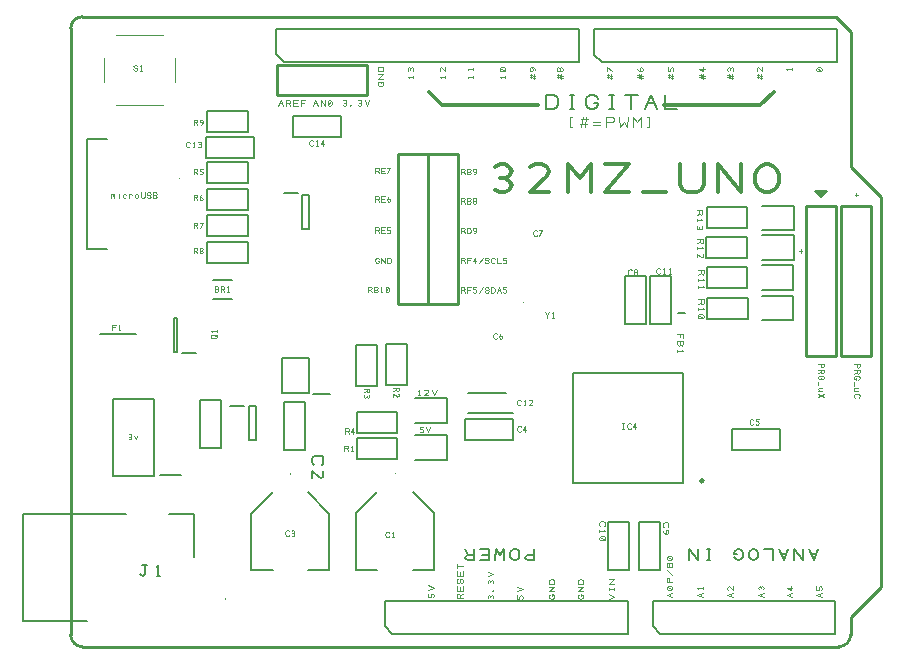
<source format=gto>
G04 DesignSpark PCB Gerber Version 12.0 Build 5942*
%FSLAX35Y35*%
%MOMM*%
%ADD16C,0.02540*%
%ADD19C,0.05000*%
%ADD15C,0.08000*%
%ADD18C,0.10000*%
%ADD14C,0.11170*%
%ADD11C,0.12700*%
%ADD13C,0.16760*%
%ADD17C,0.20000*%
%ADD70C,0.20320*%
%ADD71C,0.25000*%
%ADD20C,0.25400*%
%ADD10C,0.30480*%
%ADD12C,0.31750*%
X0Y0D02*
D02*
D10*
X46248750Y47637770D02*
X45435950D01*
X45321650Y47752070D01*
X47315550Y47637770D02*
X48128350D01*
X48242650Y47752070D01*
D02*
D11*
X42875550Y43667460D02*
X42883490Y43659520D01*
X42899360Y43651580D01*
X42915240Y43659520D01*
X42923180Y43667460D01*
Y43746830D01*
X42939050D01*
X42923180D02*
X42891430D01*
X43018430Y43651580D02*
X43050180D01*
X43034300D02*
Y43746830D01*
X43018430Y43730960D01*
X43564950Y44736070D02*
Y45142470D01*
X43387150D01*
Y44736070D01*
X43564950D01*
X43845250Y47368170D02*
X43438850D01*
Y47190370D01*
X43845250D01*
Y47368170D01*
X44030900Y48283700D02*
X46595100D01*
Y48004300D01*
X44094400D01*
X44030900Y48067800D01*
Y48283700D01*
X44172350Y47366370D02*
X44578750D01*
Y47544170D01*
X44172350D01*
Y47366370D01*
X44274450Y44722070D02*
Y45128470D01*
X44096650D01*
Y44722070D01*
X44274450D01*
X44352240Y44591890D02*
X44344300Y44599830D01*
X44336360Y44615710D01*
Y44639520D01*
X44344300Y44655390D01*
X44352240Y44663330D01*
X44368110Y44671270D01*
X44399860D01*
X44415740Y44663330D01*
X44423680Y44655390D01*
X44431610Y44639520D01*
Y44615710D01*
X44423680Y44599830D01*
X44415740Y44591890D01*
X44336360Y44480770D02*
Y44544270D01*
X44391930Y44488710D01*
X44407800Y44480770D01*
X44423680Y44488710D01*
X44431610Y44504580D01*
Y44528390D01*
X44423680Y44544270D01*
X44950300Y43440700D02*
X47007700D01*
Y43161300D01*
X45013800D01*
X44950300Y43224800D01*
Y43440700D01*
X46035250Y44979170D02*
X45628850D01*
Y44801370D01*
X46035250D01*
Y44979170D01*
X46218050Y43878960D02*
Y43783710D01*
X46162490D01*
X46146610Y43791640D01*
X46138670Y43807520D01*
X46146610Y43823390D01*
X46162490Y43831330D01*
X46218050D01*
X46091050Y43847210D02*
Y43815460D01*
X46083110Y43799580D01*
X46075170Y43791640D01*
X46059300Y43783710D01*
X46043420D01*
X46027550Y43791640D01*
X46019610Y43799580D01*
X46011670Y43815460D01*
Y43847210D01*
X46019610Y43863080D01*
X46027550Y43871020D01*
X46043420Y43878960D01*
X46059300D01*
X46075170Y43871020D01*
X46083110Y43863080D01*
X46091050Y43847210D01*
X45964050Y43783710D02*
X45956110Y43878960D01*
X45924360Y43831330D01*
X45892610Y43878960D01*
X45884670Y43783710D01*
X45837050Y43878960D02*
Y43783710D01*
X45757670D01*
X45773550Y43831330D02*
X45837050D01*
Y43878960D02*
X45757670D01*
X45710050D02*
Y43783710D01*
X45654490D01*
X45638610Y43791640D01*
X45630670Y43807520D01*
X45638610Y43823390D01*
X45654490Y43831330D01*
X45710050D01*
X45654490D02*
X45630670Y43878960D01*
X46725350Y48279970D02*
X48782750D01*
Y48000570D01*
X46788850D01*
X46725350Y48064070D01*
Y48279970D01*
X46839150Y44109470D02*
Y43703070D01*
X47016950D01*
Y44109470D01*
X46839150D01*
X47099150Y44108470D02*
Y43702070D01*
X47276950D01*
Y44108470D01*
X47099150D01*
X47159950Y45782070D02*
Y46188470D01*
X46982150D01*
Y45782070D01*
X47159950D01*
X47221300Y43440700D02*
X48763500D01*
Y43161300D01*
X47284800D01*
X47221300Y43224800D01*
Y43440700D01*
X47370950Y45784070D02*
Y46190470D01*
X47193150D01*
Y45784070D01*
X47370950D01*
X47887850Y44717370D02*
X48294250D01*
Y44895170D01*
X47887850D01*
Y44717370D01*
X48620550Y43878960D02*
X48580860Y43783710D01*
X48541170Y43878960D01*
X48604670Y43839270D02*
X48557050D01*
X48493550Y43878960D02*
Y43783710D01*
X48414170Y43878960D01*
Y43783710D01*
X48366550Y43878960D02*
X48326860Y43783710D01*
X48287170Y43878960D01*
X48350670Y43839270D02*
X48303050D01*
X48239550Y43783710D02*
Y43878960D01*
X48160170D01*
X48112550Y43847210D02*
Y43815460D01*
X48104610Y43799580D01*
X48096670Y43791640D01*
X48080800Y43783710D01*
X48064920D01*
X48049050Y43791640D01*
X48041110Y43799580D01*
X48033170Y43815460D01*
Y43847210D01*
X48041110Y43863080D01*
X48049050Y43871020D01*
X48064920Y43878960D01*
X48080800D01*
X48096670Y43871020D01*
X48104610Y43863080D01*
X48112550Y43847210D01*
X47929990Y43839270D02*
X47906170D01*
Y43847210D01*
X47914110Y43863080D01*
X47922050Y43871020D01*
X47937920Y43878960D01*
X47953800D01*
X47969670Y43871020D01*
X47977610Y43863080D01*
X47985550Y43847210D01*
Y43815460D01*
X47977610Y43799580D01*
X47969670Y43791640D01*
X47953800Y43783710D01*
X47937920D01*
X47922050Y43791640D01*
X47914110Y43799580D01*
X47906170Y43815460D01*
X47707740Y43878960D02*
X47675990D01*
X47691860D02*
Y43783710D01*
X47707740D02*
X47675990D01*
X47604550Y43878960D02*
Y43783710D01*
X47525170Y43878960D01*
Y43783710D01*
X48643050Y46857770D02*
X48698050Y46912770D01*
X48589300Y46911520D01*
X48643050Y46857770D01*
G36*
X48643050Y46857770D02*
X48698050Y46912770D01*
X48589300Y46911520D01*
X48643050Y46857770D01*
G37*
D02*
D12*
X45885390Y46919650D02*
X45925080Y46899800D01*
X45964770D01*
X46004460Y46919650D01*
X46024300Y46959330D01*
X46004460Y46999020D01*
X45964770Y47018860D01*
X45925080D01*
X45964770D02*
X46004460Y47038710D01*
X46024300Y47078400D01*
X46004460Y47118080D01*
X45964770Y47137930D01*
X45925080D01*
X45885390Y47118080D01*
X46341800Y46899800D02*
X46183050D01*
X46321960Y47038710D01*
X46341800Y47078400D01*
X46321960Y47118080D01*
X46282270Y47137930D01*
X46222740D01*
X46183050Y47118080D01*
X46500550Y46899800D02*
Y47137930D01*
X46599770Y47018860D01*
X46698990Y47137930D01*
Y46899800D01*
X46818050Y47137930D02*
X47016490D01*
X46818050Y46899800D01*
X47016490D01*
X47135550D02*
X47333990D01*
X47453050Y47137930D02*
Y46959330D01*
X47472890Y46919650D01*
X47512580Y46899800D01*
X47591960D01*
X47631640Y46919650D01*
X47651490Y46959330D01*
Y47137930D01*
X47770550Y46899800D02*
Y47137930D01*
X47968990Y46899800D01*
Y47137930D01*
X48088050Y46979180D02*
Y47058550D01*
X48107890Y47098240D01*
X48127740Y47118080D01*
X48167430Y47137930D01*
X48207110D01*
X48246800Y47118080D01*
X48266640Y47098240D01*
X48286490Y47058550D01*
Y46979180D01*
X48266640Y46939490D01*
X48246800Y46919650D01*
X48207110Y46899800D01*
X48167430D01*
X48127740Y46919650D01*
X48107890Y46939490D01*
X48088050Y46979180D01*
D02*
D13*
X46315890Y47602120D02*
Y47727850D01*
X46378760D01*
X46399710Y47717380D01*
X46410190Y47706900D01*
X46420670Y47685940D01*
Y47644030D01*
X46410190Y47623080D01*
X46399710Y47612600D01*
X46378760Y47602120D01*
X46315890D01*
X46514960D02*
X46556870D01*
X46535920D02*
Y47727850D01*
X46514960D02*
X46556870D01*
X46724510Y47654510D02*
X46755950D01*
Y47644030D01*
X46745470Y47623080D01*
X46734990Y47612600D01*
X46714040Y47602120D01*
X46693080D01*
X46672130Y47612600D01*
X46661650Y47623080D01*
X46651170Y47644030D01*
Y47685940D01*
X46661650Y47706900D01*
X46672130Y47717380D01*
X46693080Y47727850D01*
X46714040D01*
X46734990Y47717380D01*
X46745470Y47706900D01*
X46755950Y47685940D01*
X46850240Y47602120D02*
X46892150D01*
X46871200D02*
Y47727850D01*
X46850240D02*
X46892150D01*
X47038840Y47602120D02*
Y47727850D01*
X46986450D02*
X47091230D01*
X47154090Y47602120D02*
X47206480Y47727850D01*
X47258870Y47602120D01*
X47175050Y47654510D02*
X47237910D01*
X47321730Y47727850D02*
Y47602120D01*
X47426510D01*
D02*
D14*
X46531960Y47455530D02*
X46517990D01*
Y47539350D01*
X46531960D01*
X46615780Y47455530D02*
X46629750Y47539350D01*
X46657690D02*
X46643720Y47455530D01*
X46664680Y47476480D02*
X46601810D01*
X46608800Y47518390D02*
X46671660D01*
X46713570Y47469500D02*
X46769450D01*
Y47497440D02*
X46713570D01*
X46825330Y47455530D02*
Y47539350D01*
X46874230D01*
X46888200Y47532360D01*
X46895180Y47518390D01*
X46888200Y47504420D01*
X46874230Y47497440D01*
X46825330D01*
X46937090Y47539350D02*
X46944080Y47455530D01*
X46972020Y47497440D01*
X46999960Y47455530D01*
X47006940Y47539350D01*
X47048850Y47455530D02*
Y47539350D01*
X47083780Y47497440D01*
X47118700Y47539350D01*
Y47455530D01*
X47174580D02*
X47188550D01*
Y47539350D01*
X47174580D01*
D02*
D15*
X42633050Y46852180D02*
Y46883930D01*
Y46879960D02*
X42636230Y46883930D01*
X42642580D01*
X42645750Y46879960D01*
Y46868050D01*
Y46879960D02*
X42648920Y46883930D01*
X42655270D01*
X42658450Y46879960D01*
Y46852180D01*
X42696550D02*
Y46883930D01*
Y46895830D02*
X42760050Y46879960D02*
X42753700Y46883930D01*
X42744180D01*
X42737830Y46879960D01*
X42734650Y46872020D01*
Y46864080D01*
X42737830Y46856150D01*
X42744180Y46852180D01*
X42753700D01*
X42760050Y46856150D01*
X42785450Y46852180D02*
Y46883930D01*
Y46872020D02*
X42788630Y46879960D01*
X42794980Y46883930D01*
X42801320D01*
X42807670Y46879960D01*
X42836250Y46864080D02*
X42839430Y46856150D01*
X42845780Y46852180D01*
X42852120D01*
X42858470Y46856150D01*
X42861650Y46864080D01*
Y46872020D01*
X42858470Y46879960D01*
X42852120Y46883930D01*
X42845780D01*
X42839430Y46879960D01*
X42836250Y46872020D01*
Y46864080D01*
X42887050Y46899800D02*
Y46864080D01*
X42890230Y46856150D01*
X42896580Y46852180D01*
X42909270D01*
X42915630Y46856150D01*
X42918800Y46864080D01*
Y46899800D01*
X42937850Y46864080D02*
X42941030Y46856150D01*
X42947380Y46852180D01*
X42960070D01*
X42966430Y46856150D01*
X42969600Y46864080D01*
X42966430Y46872020D01*
X42960070Y46875990D01*
X42947380D01*
X42941030Y46879960D01*
X42937850Y46887900D01*
X42941030Y46895830D01*
X42947380Y46899800D01*
X42960070D01*
X42966430Y46895830D01*
X42969600Y46887900D01*
X43010870Y46875990D02*
X43017230Y46872020D01*
X43020400Y46864080D01*
X43017230Y46856150D01*
X43010870Y46852180D01*
X42988650D01*
Y46899800D01*
X43010870D01*
X43017230Y46895830D01*
X43020400Y46887900D01*
X43017230Y46879960D01*
X43010870Y46875990D01*
X42988650D01*
X42640050Y45732180D02*
Y45779800D01*
X42671800D01*
X42665450Y45755990D02*
X42640050D01*
X42697200Y45732180D02*
X42709900D01*
X42703550D02*
Y45779800D01*
X42697200Y45771860D01*
X42782230Y44811150D02*
X42788580Y44807180D01*
X42794920D01*
X42801270Y44811150D01*
X42804450Y44819080D01*
X42801270Y44827020D01*
X42794920Y44830990D01*
X42788580D01*
X42794920D02*
X42801270Y44834960D01*
X42804450Y44842900D01*
X42801270Y44850830D01*
X42794920Y44854800D01*
X42788580D01*
X42782230Y44850830D01*
X42829850Y44838930D02*
X42842550Y44807180D01*
X42855250Y44838930D01*
X42823050Y47941580D02*
X42826230Y47933650D01*
X42832580Y47929680D01*
X42845270D01*
X42851630Y47933650D01*
X42854800Y47941580D01*
X42851630Y47949520D01*
X42845270Y47953490D01*
X42832580D01*
X42826230Y47957460D01*
X42823050Y47965400D01*
X42826230Y47973330D01*
X42832580Y47977300D01*
X42845270D01*
X42851630Y47973330D01*
X42854800Y47965400D01*
X42880200Y47929680D02*
X42892900D01*
X42886550D02*
Y47977300D01*
X42880200Y47969360D01*
X43299800Y47289110D02*
X43296630Y47285150D01*
X43290270Y47281180D01*
X43280750D01*
X43274400Y47285150D01*
X43271230Y47289110D01*
X43268050Y47297050D01*
Y47312930D01*
X43271230Y47320860D01*
X43274400Y47324830D01*
X43280750Y47328800D01*
X43290270D01*
X43296630Y47324830D01*
X43299800Y47320860D01*
X43325200Y47281180D02*
X43337900D01*
X43331550D02*
Y47328800D01*
X43325200Y47320860D01*
X43372830Y47285150D02*
X43379180Y47281180D01*
X43385520D01*
X43391870Y47285150D01*
X43395050Y47293080D01*
X43391870Y47301020D01*
X43385520Y47304990D01*
X43379180D01*
X43385520D02*
X43391870Y47308960D01*
X43395050Y47316900D01*
X43391870Y47324830D01*
X43385520Y47328800D01*
X43379180D01*
X43372830Y47324830D01*
X43331550Y46382180D02*
Y46429800D01*
X43353770D01*
X43360130Y46425830D01*
X43363300Y46417900D01*
X43360130Y46409960D01*
X43353770Y46405990D01*
X43331550D01*
X43353770D02*
X43363300Y46382180D01*
X43391880Y46405990D02*
X43398220D01*
X43404570Y46409960D01*
X43407750Y46417900D01*
X43404570Y46425830D01*
X43398220Y46429800D01*
X43391880D01*
X43385530Y46425830D01*
X43382350Y46417900D01*
X43385530Y46409960D01*
X43391880Y46405990D01*
X43385530Y46402020D01*
X43382350Y46394080D01*
X43385530Y46386150D01*
X43391880Y46382180D01*
X43398220D01*
X43404570Y46386150D01*
X43407750Y46394080D01*
X43404570Y46402020D01*
X43398220Y46405990D01*
X43331550Y46596180D02*
Y46643800D01*
X43353770D01*
X43360130Y46639830D01*
X43363300Y46631900D01*
X43360130Y46623960D01*
X43353770Y46619990D01*
X43331550D01*
X43353770D02*
X43363300Y46596180D01*
X43382350D02*
X43407750Y46643800D01*
X43382350D01*
X43331550Y46832180D02*
Y46879800D01*
X43353770D01*
X43360130Y46875830D01*
X43363300Y46867900D01*
X43360130Y46859960D01*
X43353770Y46855990D01*
X43331550D01*
X43353770D02*
X43363300Y46832180D01*
X43382350Y46844080D02*
X43385530Y46852020D01*
X43391880Y46855990D01*
X43398220D01*
X43404570Y46852020D01*
X43407750Y46844080D01*
X43404570Y46836150D01*
X43398220Y46832180D01*
X43391880D01*
X43385530Y46836150D01*
X43382350Y46844080D01*
Y46855990D01*
X43385530Y46867900D01*
X43391880Y46875830D01*
X43398220Y46879800D01*
X43331550Y47052180D02*
Y47099800D01*
X43353770D01*
X43360130Y47095830D01*
X43363300Y47087900D01*
X43360130Y47079960D01*
X43353770Y47075990D01*
X43331550D01*
X43353770D02*
X43363300Y47052180D01*
X43382350Y47056150D02*
X43388700Y47052180D01*
X43398220D01*
X43404570Y47056150D01*
X43407750Y47064080D01*
Y47068050D01*
X43404570Y47075990D01*
X43398220Y47079960D01*
X43382350D01*
Y47099800D01*
X43407750D01*
X43331550Y47468180D02*
Y47515800D01*
X43353770D01*
X43360130Y47511830D01*
X43363300Y47503900D01*
X43360130Y47495960D01*
X43353770Y47491990D01*
X43331550D01*
X43353770D02*
X43363300Y47468180D01*
X43391880D02*
X43398220Y47472150D01*
X43404570Y47480080D01*
X43407750Y47491990D01*
Y47503900D01*
X43404570Y47511830D01*
X43398220Y47515800D01*
X43391880D01*
X43385530Y47511830D01*
X43382350Y47503900D01*
X43385530Y47495960D01*
X43391880Y47491990D01*
X43398220D01*
X43404570Y47495960D01*
X43407750Y47503900D01*
X43532270Y46080990D02*
X43538630Y46077020D01*
X43541800Y46069080D01*
X43538630Y46061150D01*
X43532270Y46057180D01*
X43510050D01*
Y46104800D01*
X43532270D01*
X43538630Y46100830D01*
X43541800Y46092900D01*
X43538630Y46084960D01*
X43532270Y46080990D01*
X43510050D01*
X43560850Y46057180D02*
Y46104800D01*
X43583070D01*
X43589430Y46100830D01*
X43592600Y46092900D01*
X43589430Y46084960D01*
X43583070Y46080990D01*
X43560850D01*
X43583070D02*
X43592600Y46057180D01*
X43618000D02*
X43630700D01*
X43624350D02*
Y46104800D01*
X43618000Y46096860D01*
X43510270Y45662770D02*
X43494390D01*
X43486460Y45665950D01*
X43482490Y45669120D01*
X43478520Y45675470D01*
Y45681820D01*
X43482490Y45688170D01*
X43486460Y45691350D01*
X43494390Y45694520D01*
X43510270D01*
X43518210Y45691350D01*
X43522170Y45688170D01*
X43526140Y45681820D01*
Y45675470D01*
X43522170Y45669120D01*
X43518210Y45665950D01*
X43510270Y45662770D01*
X43514240Y45684990D02*
X43526140Y45694520D01*
Y45719920D02*
Y45732620D01*
Y45726270D02*
X43478520D01*
X43486460Y45719920D01*
X44139800Y43997610D02*
X44136630Y43993650D01*
X44130270Y43989680D01*
X44120750D01*
X44114400Y43993650D01*
X44111230Y43997610D01*
X44108050Y44005550D01*
Y44021430D01*
X44111230Y44029360D01*
X44114400Y44033330D01*
X44120750Y44037300D01*
X44130270D01*
X44136630Y44033330D01*
X44139800Y44029360D01*
X44162030Y43993650D02*
X44168380Y43989680D01*
X44174720D01*
X44181070Y43993650D01*
X44184250Y44001580D01*
X44181070Y44009520D01*
X44174720Y44013490D01*
X44168380D01*
X44174720D02*
X44181070Y44017460D01*
X44184250Y44025400D01*
X44181070Y44033330D01*
X44174720Y44037300D01*
X44168380D01*
X44162030Y44033330D01*
X44344800Y47302610D02*
X44341630Y47298650D01*
X44335270Y47294680D01*
X44325750D01*
X44319400Y47298650D01*
X44316230Y47302610D01*
X44313050Y47310550D01*
Y47326430D01*
X44316230Y47334360D01*
X44319400Y47338330D01*
X44325750Y47342300D01*
X44335270D01*
X44341630Y47338330D01*
X44344800Y47334360D01*
X44370200Y47294680D02*
X44382900D01*
X44376550D02*
Y47342300D01*
X44370200Y47334360D01*
X44430520Y47294680D02*
Y47342300D01*
X44414650Y47310550D01*
X44440050D01*
X44608050Y44707180D02*
Y44754800D01*
X44630270D01*
X44636630Y44750830D01*
X44639800Y44742900D01*
X44636630Y44734960D01*
X44630270Y44730990D01*
X44608050D01*
X44630270D02*
X44639800Y44707180D01*
X44665200D02*
X44677900D01*
X44671550D02*
Y44754800D01*
X44665200Y44746860D01*
X44615550Y44854680D02*
Y44902300D01*
X44637770D01*
X44644130Y44898330D01*
X44647300Y44890400D01*
X44644130Y44882460D01*
X44637770Y44878490D01*
X44615550D01*
X44637770D02*
X44647300Y44854680D01*
X44682220D02*
Y44902300D01*
X44666350Y44870550D01*
X44691750D01*
X44772460Y45237770D02*
X44820080D01*
Y45215550D01*
X44816110Y45209190D01*
X44808180Y45206020D01*
X44800240Y45209190D01*
X44796270Y45215550D01*
Y45237770D01*
Y45215550D02*
X44772460Y45206020D01*
X44776430Y45183790D02*
X44772460Y45177440D01*
Y45171100D01*
X44776430Y45164750D01*
X44784360Y45161570D01*
X44792300Y45164750D01*
X44796270Y45171100D01*
Y45177440D01*
Y45171100D02*
X44800240Y45164750D01*
X44808180Y45161570D01*
X44816110Y45164750D01*
X44820080Y45171100D01*
Y45177440D01*
X44816110Y45183790D01*
X44807050Y46052180D02*
Y46099800D01*
X44829270D01*
X44835630Y46095830D01*
X44838800Y46087900D01*
X44835630Y46079960D01*
X44829270Y46075990D01*
X44807050D01*
X44829270D02*
X44838800Y46052180D01*
X44880070Y46075990D02*
X44886430Y46072020D01*
X44889600Y46064080D01*
X44886430Y46056150D01*
X44880070Y46052180D01*
X44857850D01*
Y46099800D01*
X44880070D01*
X44886430Y46095830D01*
X44889600Y46087900D01*
X44886430Y46079960D01*
X44880070Y46075990D01*
X44857850D01*
X44915000Y46052180D02*
X44927700D01*
X44921350D02*
Y46099800D01*
X44915000Y46091860D01*
X44962630Y46056150D02*
X44968980Y46052180D01*
X44975320D01*
X44981670Y46056150D01*
X44984850Y46064080D01*
Y46087900D01*
X44981670Y46095830D01*
X44975320Y46099800D01*
X44968980D01*
X44962630Y46095830D01*
X44959450Y46087900D01*
Y46064080D01*
X44962630Y46056150D01*
X44981670Y46095830D01*
X44892770Y46319520D02*
X44902300D01*
Y46315550D01*
X44899130Y46307610D01*
X44895950Y46303650D01*
X44889600Y46299680D01*
X44883250D01*
X44876900Y46303650D01*
X44873730Y46307610D01*
X44870550Y46315550D01*
Y46331430D01*
X44873730Y46339360D01*
X44876900Y46343330D01*
X44883250Y46347300D01*
X44889600D01*
X44895950Y46343330D01*
X44899130Y46339360D01*
X44902300Y46331430D01*
X44921350Y46299680D02*
Y46347300D01*
X44953100Y46299680D01*
Y46347300D01*
X44972150Y46299680D02*
Y46347300D01*
X44991200D01*
X44997550Y46343330D01*
X45000730Y46339360D01*
X45003900Y46331430D01*
Y46315550D01*
X45000730Y46307610D01*
X44997550Y46303650D01*
X44991200Y46299680D01*
X44972150D01*
X44870550Y46554680D02*
Y46602300D01*
X44892770D01*
X44899130Y46598330D01*
X44902300Y46590400D01*
X44899130Y46582460D01*
X44892770Y46578490D01*
X44870550D01*
X44892770D02*
X44902300Y46554680D01*
X44921350D02*
Y46602300D01*
X44953100D01*
X44946750Y46578490D02*
X44921350D01*
Y46554680D02*
X44953100D01*
X44972150Y46558650D02*
X44978500Y46554680D01*
X44988020D01*
X44994370Y46558650D01*
X44997550Y46566580D01*
Y46570550D01*
X44994370Y46578490D01*
X44988020Y46582460D01*
X44972150D01*
Y46602300D01*
X44997550D01*
X44870550Y46819680D02*
Y46867300D01*
X44892770D01*
X44899130Y46863330D01*
X44902300Y46855400D01*
X44899130Y46847460D01*
X44892770Y46843490D01*
X44870550D01*
X44892770D02*
X44902300Y46819680D01*
X44921350D02*
Y46867300D01*
X44953100D01*
X44946750Y46843490D02*
X44921350D01*
Y46819680D02*
X44953100D01*
X44972150Y46831580D02*
X44975330Y46839520D01*
X44981680Y46843490D01*
X44988020D01*
X44994370Y46839520D01*
X44997550Y46831580D01*
X44994370Y46823650D01*
X44988020Y46819680D01*
X44981680D01*
X44975330Y46823650D01*
X44972150Y46831580D01*
Y46843490D01*
X44975330Y46855400D01*
X44981680Y46863330D01*
X44988020Y46867300D01*
X44870550Y47059680D02*
Y47107300D01*
X44892770D01*
X44899130Y47103330D01*
X44902300Y47095400D01*
X44899130Y47087460D01*
X44892770Y47083490D01*
X44870550D01*
X44892770D02*
X44902300Y47059680D01*
X44921350D02*
Y47107300D01*
X44953100D01*
X44946750Y47083490D02*
X44921350D01*
Y47059680D02*
X44953100D01*
X44972150D02*
X44997550Y47107300D01*
X44972150D01*
X44918800Y47826050D02*
Y47837960D01*
X44922770D01*
X44930710Y47833990D01*
X44934670Y47830020D01*
X44938640Y47822080D01*
Y47814150D01*
X44934670Y47806210D01*
X44930710Y47802240D01*
X44922770Y47798270D01*
X44906890D01*
X44898960Y47802240D01*
X44894990Y47806210D01*
X44891020Y47814150D01*
Y47822080D01*
X44894990Y47830020D01*
X44898960Y47833990D01*
X44906890Y47837960D01*
X44938640Y47861770D02*
X44891020D01*
X44938640Y47901460D01*
X44891020D01*
X44938640Y47925270D02*
X44891020D01*
Y47949080D01*
X44894990Y47957020D01*
X44898960Y47960990D01*
X44906890Y47964960D01*
X44922770D01*
X44930710Y47960990D01*
X44934670Y47957020D01*
X44938640Y47949080D01*
Y47925270D01*
X44987800Y43987110D02*
X44984630Y43983150D01*
X44978270Y43979180D01*
X44968750D01*
X44962400Y43983150D01*
X44959230Y43987110D01*
X44956050Y43995050D01*
Y44010930D01*
X44959230Y44018860D01*
X44962400Y44022830D01*
X44968750Y44026800D01*
X44978270D01*
X44984630Y44022830D01*
X44987800Y44018860D01*
X45013200Y43979180D02*
X45025900D01*
X45019550D02*
Y44026800D01*
X45013200Y44018860D01*
X45022460Y45245270D02*
X45070080D01*
Y45223050D01*
X45066110Y45216690D01*
X45058180Y45213520D01*
X45050240Y45216690D01*
X45046270Y45223050D01*
Y45245270D01*
Y45223050D02*
X45022460Y45213520D01*
Y45169070D02*
Y45194470D01*
X45050240Y45172250D01*
X45058180Y45169070D01*
X45066110Y45172250D01*
X45070080Y45178600D01*
Y45188120D01*
X45066110Y45194470D01*
X45191140Y47869710D02*
Y47885580D01*
Y47877650D02*
X45143520D01*
X45151460Y47869710D01*
X45187170Y47929240D02*
X45191140Y47937180D01*
Y47945110D01*
X45187170Y47953050D01*
X45179240Y47957020D01*
X45171300Y47953050D01*
X45167330Y47945110D01*
Y47937180D01*
Y47945110D02*
X45163360Y47953050D01*
X45155420Y47957020D01*
X45147490Y47953050D01*
X45143520Y47945110D01*
Y47937180D01*
X45147490Y47929240D01*
X45230990Y45179680D02*
X45246860D01*
X45238930D02*
Y45227300D01*
X45230990Y45219360D01*
X45318300Y45179680D02*
X45286550D01*
X45314330Y45207460D01*
X45318300Y45215400D01*
X45314330Y45223330D01*
X45306390Y45227300D01*
X45294490D01*
X45286550Y45223330D01*
X45350050Y45227300D02*
X45369890Y45179680D01*
X45389740Y45227300D01*
X45248050Y44871150D02*
X45254400Y44867180D01*
X45263920D01*
X45270270Y44871150D01*
X45273450Y44879080D01*
Y44883050D01*
X45270270Y44890990D01*
X45263920Y44894960D01*
X45248050D01*
Y44914800D01*
X45273450D01*
X45298850D02*
X45314720Y44867180D01*
X45330600Y44914800D01*
X45362270Y43470270D02*
X45366240Y43478210D01*
Y43490110D01*
X45362270Y43498050D01*
X45354340Y43502020D01*
X45350370D01*
X45342430Y43498050D01*
X45338460Y43490110D01*
Y43470270D01*
X45318620D01*
Y43502020D01*
Y43533770D02*
X45366240Y43553610D01*
X45318620Y43573460D01*
X45463640Y47869710D02*
Y47885580D01*
Y47877650D02*
X45416020D01*
X45423960Y47869710D01*
X45463640Y47957020D02*
Y47925270D01*
X45435860Y47953050D01*
X45427920Y47957020D01*
X45419990Y47953050D01*
X45416020Y47945110D01*
Y47933210D01*
X45419990Y47925270D01*
X45595550Y46049680D02*
Y46097300D01*
X45617770D01*
X45624130Y46093330D01*
X45627300Y46085400D01*
X45624130Y46077460D01*
X45617770Y46073490D01*
X45595550D01*
X45617770D02*
X45627300Y46049680D01*
X45646350D02*
Y46097300D01*
X45678100D01*
X45671750Y46073490D02*
X45646350D01*
X45697150Y46053650D02*
X45703500Y46049680D01*
X45713020D01*
X45719370Y46053650D01*
X45722550Y46061580D01*
Y46065550D01*
X45719370Y46073490D01*
X45713020Y46077460D01*
X45697150D01*
Y46097300D01*
X45722550D01*
X45747950Y46049680D02*
X45779700Y46097300D01*
X45798750Y46061580D02*
X45801930Y46053650D01*
X45808280Y46049680D01*
X45820970D01*
X45827330Y46053650D01*
X45830500Y46061580D01*
X45827330Y46069520D01*
X45820970Y46073490D01*
X45808280D01*
X45801930Y46077460D01*
X45798750Y46085400D01*
X45801930Y46093330D01*
X45808280Y46097300D01*
X45820970D01*
X45827330Y46093330D01*
X45830500Y46085400D01*
X45849550Y46049680D02*
Y46097300D01*
X45868600D01*
X45874950Y46093330D01*
X45878130Y46089360D01*
X45881300Y46081430D01*
Y46065550D01*
X45878130Y46057610D01*
X45874950Y46053650D01*
X45868600Y46049680D01*
X45849550D01*
X45900350D02*
X45916220Y46097300D01*
X45932100Y46049680D01*
X45906700Y46069520D02*
X45925750D01*
X45951150Y46053650D02*
X45957500Y46049680D01*
X45967020D01*
X45973370Y46053650D01*
X45976550Y46061580D01*
Y46065550D01*
X45973370Y46073490D01*
X45967020Y46077460D01*
X45951150D01*
Y46097300D01*
X45976550D01*
X45595550Y46299680D02*
Y46347300D01*
X45617770D01*
X45624130Y46343330D01*
X45627300Y46335400D01*
X45624130Y46327460D01*
X45617770Y46323490D01*
X45595550D01*
X45617770D02*
X45627300Y46299680D01*
X45646350D02*
Y46347300D01*
X45678100D01*
X45671750Y46323490D02*
X45646350D01*
X45713020Y46299680D02*
Y46347300D01*
X45697150Y46315550D01*
X45722550D01*
X45747950Y46299680D02*
X45779700Y46347300D01*
X45798750Y46311580D02*
X45801930Y46303650D01*
X45808280Y46299680D01*
X45820970D01*
X45827330Y46303650D01*
X45830500Y46311580D01*
X45827330Y46319520D01*
X45820970Y46323490D01*
X45808280D01*
X45801930Y46327460D01*
X45798750Y46335400D01*
X45801930Y46343330D01*
X45808280Y46347300D01*
X45820970D01*
X45827330Y46343330D01*
X45830500Y46335400D01*
X45881300Y46307610D02*
X45878130Y46303650D01*
X45871770Y46299680D01*
X45862250D01*
X45855900Y46303650D01*
X45852730Y46307610D01*
X45849550Y46315550D01*
Y46331430D01*
X45852730Y46339360D01*
X45855900Y46343330D01*
X45862250Y46347300D01*
X45871770D01*
X45878130Y46343330D01*
X45881300Y46339360D01*
X45900350Y46347300D02*
Y46299680D01*
X45932100D01*
X45951150Y46303650D02*
X45957500Y46299680D01*
X45967020D01*
X45973370Y46303650D01*
X45976550Y46311580D01*
Y46315550D01*
X45973370Y46323490D01*
X45967020Y46327460D01*
X45951150D01*
Y46347300D01*
X45976550D01*
X45595550Y46552180D02*
Y46599800D01*
X45617770D01*
X45624130Y46595830D01*
X45627300Y46587900D01*
X45624130Y46579960D01*
X45617770Y46575990D01*
X45595550D01*
X45617770D02*
X45627300Y46552180D01*
X45646350D02*
Y46599800D01*
X45665400D01*
X45671750Y46595830D01*
X45674930Y46591860D01*
X45678100Y46583930D01*
Y46568050D01*
X45674930Y46560110D01*
X45671750Y46556150D01*
X45665400Y46552180D01*
X45646350D01*
X45706680D02*
X45713020Y46556150D01*
X45719370Y46564080D01*
X45722550Y46575990D01*
Y46587900D01*
X45719370Y46595830D01*
X45713020Y46599800D01*
X45706680D01*
X45700330Y46595830D01*
X45697150Y46587900D01*
X45700330Y46579960D01*
X45706680Y46575990D01*
X45713020D01*
X45719370Y46579960D01*
X45722550Y46587900D01*
X45595550Y46804680D02*
Y46852300D01*
X45617770D01*
X45624130Y46848330D01*
X45627300Y46840400D01*
X45624130Y46832460D01*
X45617770Y46828490D01*
X45595550D01*
X45617770D02*
X45627300Y46804680D01*
X45668570Y46828490D02*
X45674930Y46824520D01*
X45678100Y46816580D01*
X45674930Y46808650D01*
X45668570Y46804680D01*
X45646350D01*
Y46852300D01*
X45668570D01*
X45674930Y46848330D01*
X45678100Y46840400D01*
X45674930Y46832460D01*
X45668570Y46828490D01*
X45646350D01*
X45706680D02*
X45713020D01*
X45719370Y46832460D01*
X45722550Y46840400D01*
X45719370Y46848330D01*
X45713020Y46852300D01*
X45706680D01*
X45700330Y46848330D01*
X45697150Y46840400D01*
X45700330Y46832460D01*
X45706680Y46828490D01*
X45700330Y46824520D01*
X45697150Y46816580D01*
X45700330Y46808650D01*
X45706680Y46804680D01*
X45713020D01*
X45719370Y46808650D01*
X45722550Y46816580D01*
X45719370Y46824520D01*
X45713020Y46828490D01*
X45595550Y47052180D02*
Y47099800D01*
X45617770D01*
X45624130Y47095830D01*
X45627300Y47087900D01*
X45624130Y47079960D01*
X45617770Y47075990D01*
X45595550D01*
X45617770D02*
X45627300Y47052180D01*
X45668570Y47075990D02*
X45674930Y47072020D01*
X45678100Y47064080D01*
X45674930Y47056150D01*
X45668570Y47052180D01*
X45646350D01*
Y47099800D01*
X45668570D01*
X45674930Y47095830D01*
X45678100Y47087900D01*
X45674930Y47079960D01*
X45668570Y47075990D01*
X45646350D01*
X45706680Y47052180D02*
X45713020Y47056150D01*
X45719370Y47064080D01*
X45722550Y47075990D01*
Y47087900D01*
X45719370Y47095830D01*
X45713020Y47099800D01*
X45706680D01*
X45700330Y47095830D01*
X45697150Y47087900D01*
X45700330Y47079960D01*
X45706680Y47075990D01*
X45713020D01*
X45719370Y47079960D01*
X45722550Y47087900D01*
X45609240Y43462770D02*
X45561620D01*
Y43490550D01*
X45565590Y43498490D01*
X45573520Y43502460D01*
X45581460Y43498490D01*
X45585430Y43490550D01*
Y43462770D01*
Y43490550D02*
X45609240Y43502460D01*
Y43526270D02*
X45561620D01*
Y43565960D01*
X45585430Y43558020D02*
Y43526270D01*
X45609240D02*
Y43565960D01*
X45597340Y43589770D02*
X45605270Y43593740D01*
X45609240Y43601680D01*
Y43617550D01*
X45605270Y43625490D01*
X45597340Y43629460D01*
X45589400Y43625490D01*
X45585430Y43617550D01*
Y43601680D01*
X45581460Y43593740D01*
X45573520Y43589770D01*
X45565590Y43593740D01*
X45561620Y43601680D01*
Y43617550D01*
X45565590Y43625490D01*
X45573520Y43629460D01*
X45609240Y43653270D02*
X45561620D01*
Y43692960D01*
X45585430Y43685020D02*
Y43653270D01*
X45609240D02*
Y43692960D01*
Y43736610D02*
X45561620D01*
Y43716770D02*
Y43756460D01*
X45698640Y47869710D02*
Y47885580D01*
Y47877650D02*
X45651020D01*
X45658960Y47869710D01*
X45698640Y47933210D02*
Y47949080D01*
Y47941150D02*
X45651020D01*
X45658960Y47933210D01*
X45899800Y45667620D02*
X45896630Y45663660D01*
X45890270Y45659690D01*
X45880750D01*
X45874400Y45663660D01*
X45871230Y45667620D01*
X45868050Y45675560D01*
Y45691440D01*
X45871230Y45699370D01*
X45874400Y45703340D01*
X45880750Y45707310D01*
X45890270D01*
X45896630Y45703340D01*
X45899800Y45699370D01*
X45918850Y45671590D02*
X45922030Y45679530D01*
X45928380Y45683500D01*
X45934720D01*
X45941070Y45679530D01*
X45944250Y45671590D01*
X45941070Y45663660D01*
X45934720Y45659690D01*
X45928380D01*
X45922030Y45663660D01*
X45918850Y45671590D01*
Y45683500D01*
X45922030Y45695410D01*
X45928380Y45703340D01*
X45934720Y45707310D01*
X45865270Y43461740D02*
X45869240Y43469680D01*
Y43477610D01*
X45865270Y43485550D01*
X45857340Y43489520D01*
X45849400Y43485550D01*
X45845430Y43477610D01*
Y43469680D01*
Y43477610D02*
X45841460Y43485550D01*
X45833520Y43489520D01*
X45825590Y43485550D01*
X45821620Y43477610D01*
Y43469680D01*
X45825590Y43461740D01*
X45869240Y43525240D02*
X45865270Y43529210D01*
X45861310Y43525240D01*
X45865270Y43521270D01*
X45869240Y43525240D01*
X45865270Y43588740D02*
X45869240Y43596680D01*
Y43604610D01*
X45865270Y43612550D01*
X45857340Y43616520D01*
X45849400Y43612550D01*
X45845430Y43604610D01*
Y43596680D01*
Y43604610D02*
X45841460Y43612550D01*
X45833520Y43616520D01*
X45825590Y43612550D01*
X45821620Y43604610D01*
Y43596680D01*
X45825590Y43588740D01*
X45821620Y43648270D02*
X45869240Y43668110D01*
X45821620Y43687960D01*
X45971140Y47869710D02*
Y47885580D01*
Y47877650D02*
X45923520D01*
X45931460Y47869710D01*
X45967170Y47929240D02*
X45971140Y47937180D01*
Y47945110D01*
X45967170Y47953050D01*
X45959240Y47957020D01*
X45935420D01*
X45927490Y47953050D01*
X45923520Y47945110D01*
Y47937180D01*
X45927490Y47929240D01*
X45935420Y47925270D01*
X45959240D01*
X45967170Y47929240D01*
X45927490Y47953050D01*
X46102300Y45105110D02*
X46099130Y45101150D01*
X46092770Y45097180D01*
X46083250D01*
X46076900Y45101150D01*
X46073730Y45105110D01*
X46070550Y45113050D01*
Y45128930D01*
X46073730Y45136860D01*
X46076900Y45140830D01*
X46083250Y45144800D01*
X46092770D01*
X46099130Y45140830D01*
X46102300Y45136860D01*
X46127700Y45097180D02*
X46140400D01*
X46134050D02*
Y45144800D01*
X46127700Y45136860D01*
X46197550Y45097180D02*
X46172150D01*
X46194370Y45124960D01*
X46197550Y45132900D01*
X46194370Y45140830D01*
X46188020Y45144800D01*
X46178500D01*
X46172150Y45140830D01*
X46104800Y44882610D02*
X46101630Y44878650D01*
X46095270Y44874680D01*
X46085750D01*
X46079400Y44878650D01*
X46076230Y44882610D01*
X46073050Y44890550D01*
Y44906430D01*
X46076230Y44914360D01*
X46079400Y44918330D01*
X46085750Y44922300D01*
X46095270D01*
X46101630Y44918330D01*
X46104800Y44914360D01*
X46139720Y44874680D02*
Y44922300D01*
X46123850Y44890550D01*
X46149250D01*
X46112770Y43457770D02*
X46116740Y43465710D01*
Y43477610D01*
X46112770Y43485550D01*
X46104840Y43489520D01*
X46100870D01*
X46092930Y43485550D01*
X46088960Y43477610D01*
Y43457770D01*
X46069120D01*
Y43489520D01*
Y43521270D02*
X46116740Y43541110D01*
X46069120Y43560960D01*
X46239800Y46537610D02*
X46236630Y46533650D01*
X46230270Y46529680D01*
X46220750D01*
X46214400Y46533650D01*
X46211230Y46537610D01*
X46208050Y46545550D01*
Y46561430D01*
X46211230Y46569360D01*
X46214400Y46573330D01*
X46220750Y46577300D01*
X46230270D01*
X46236630Y46573330D01*
X46239800Y46569360D01*
X46258850Y46529680D02*
X46284250Y46577300D01*
X46258850D01*
X46226140Y47869710D02*
X46178520Y47877650D01*
Y47893520D02*
X46226140Y47885580D01*
X46214240Y47897490D02*
Y47861770D01*
X46190420Y47865740D02*
Y47901460D01*
X46226140Y47937180D02*
X46222170Y47945110D01*
X46214240Y47953050D01*
X46202330Y47957020D01*
X46190420D01*
X46182490Y47953050D01*
X46178520Y47945110D01*
Y47937180D01*
X46182490Y47929240D01*
X46190420Y47925270D01*
X46198360Y47929240D01*
X46202330Y47937180D01*
Y47945110D01*
X46198360Y47953050D01*
X46190420Y47957020D01*
X46326920Y45835180D02*
Y45858990D01*
X46311050Y45882800D01*
X46326920Y45858990D02*
X46342800Y45882800D01*
X46368200Y45835180D02*
X46380900D01*
X46374550D02*
Y45882800D01*
X46368200Y45874860D01*
X46366900Y43485550D02*
Y43497460D01*
X46370870D01*
X46378810Y43493490D01*
X46382770Y43489520D01*
X46386740Y43481580D01*
Y43473650D01*
X46382770Y43465710D01*
X46378810Y43461740D01*
X46370870Y43457770D01*
X46354990D01*
X46347060Y43461740D01*
X46343090Y43465710D01*
X46339120Y43473650D01*
Y43481580D01*
X46343090Y43489520D01*
X46347060Y43493490D01*
X46354990Y43497460D01*
X46386740Y43521270D02*
X46339120D01*
X46386740Y43560960D01*
X46339120D01*
X46386740Y43584770D02*
X46339120D01*
Y43608580D01*
X46343090Y43616520D01*
X46347060Y43620490D01*
X46354990Y43624460D01*
X46370870D01*
X46378810Y43620490D01*
X46382770Y43616520D01*
X46386740Y43608580D01*
Y43584770D01*
X46456140Y47869710D02*
X46408520Y47877650D01*
Y47893520D02*
X46456140Y47885580D01*
X46444240Y47897490D02*
Y47861770D01*
X46420420Y47865740D02*
Y47901460D01*
X46432330Y47937180D02*
Y47945110D01*
X46428360Y47953050D01*
X46420420Y47957020D01*
X46412490Y47953050D01*
X46408520Y47945110D01*
Y47937180D01*
X46412490Y47929240D01*
X46420420Y47925270D01*
X46428360Y47929240D01*
X46432330Y47937180D01*
X46436300Y47929240D01*
X46444240Y47925270D01*
X46452170Y47929240D01*
X46456140Y47937180D01*
Y47945110D01*
X46452170Y47953050D01*
X46444240Y47957020D01*
X46436300Y47953050D01*
X46432330Y47945110D01*
X46611900Y43485550D02*
Y43497460D01*
X46615870D01*
X46623810Y43493490D01*
X46627770Y43489520D01*
X46631740Y43481580D01*
Y43473650D01*
X46627770Y43465710D01*
X46623810Y43461740D01*
X46615870Y43457770D01*
X46599990D01*
X46592060Y43461740D01*
X46588090Y43465710D01*
X46584120Y43473650D01*
Y43481580D01*
X46588090Y43489520D01*
X46592060Y43493490D01*
X46599990Y43497460D01*
X46631740Y43521270D02*
X46584120D01*
X46631740Y43560960D01*
X46584120D01*
X46631740Y43584770D02*
X46584120D01*
Y43608580D01*
X46588090Y43616520D01*
X46592060Y43620490D01*
X46599990Y43624460D01*
X46615870D01*
X46623810Y43620490D01*
X46627770Y43616520D01*
X46631740Y43608580D01*
Y43584770D01*
X46876140Y47869710D02*
X46828520Y47877650D01*
Y47893520D02*
X46876140Y47885580D01*
X46864240Y47897490D02*
Y47861770D01*
X46840420Y47865740D02*
Y47901460D01*
X46876140Y47925270D02*
X46828520Y47957020D01*
Y47925270D01*
X46847220Y43457770D02*
X46894840Y43477610D01*
X46847220Y43497460D01*
X46894840Y43533180D02*
Y43549050D01*
Y43541110D02*
X46847220D01*
Y43533180D02*
Y43549050D01*
X46894840Y43584770D02*
X46847220D01*
X46894840Y43624460D01*
X46847220D01*
X46961580Y44896180D02*
X46974270D01*
X46967920D02*
Y44943800D01*
X46961580D02*
X46974270D01*
X47034600Y44904110D02*
X47031430Y44900150D01*
X47025070Y44896180D01*
X47015550D01*
X47009200Y44900150D01*
X47006030Y44904110D01*
X47002850Y44912050D01*
Y44927930D01*
X47006030Y44935860D01*
X47009200Y44939830D01*
X47015550Y44943800D01*
X47025070D01*
X47031430Y44939830D01*
X47034600Y44935860D01*
X47069520Y44896180D02*
Y44943800D01*
X47053650Y44912050D01*
X47079050D01*
X47042300Y46207610D02*
X47039130Y46203650D01*
X47032770Y46199680D01*
X47023250D01*
X47016900Y46203650D01*
X47013730Y46207610D01*
X47010550Y46215550D01*
Y46231430D01*
X47013730Y46239360D01*
X47016900Y46243330D01*
X47023250Y46247300D01*
X47032770D01*
X47039130Y46243330D01*
X47042300Y46239360D01*
X47070880Y46223490D02*
X47077220D01*
X47083570Y46227460D01*
X47086750Y46235400D01*
X47083570Y46243330D01*
X47077220Y46247300D01*
X47070880D01*
X47064530Y46243330D01*
X47061350Y46235400D01*
X47064530Y46227460D01*
X47070880Y46223490D01*
X47064530Y46219520D01*
X47061350Y46211580D01*
X47064530Y46203650D01*
X47070880Y46199680D01*
X47077220D01*
X47083570Y46203650D01*
X47086750Y46211580D01*
X47083570Y46219520D01*
X47077220Y46223490D01*
X47134840Y47869710D02*
X47087220Y47877650D01*
Y47893520D02*
X47134840Y47885580D01*
X47122940Y47897490D02*
Y47861770D01*
X47099120Y47865740D02*
Y47901460D01*
X47122940Y47925270D02*
X47115000Y47929240D01*
X47111030Y47937180D01*
Y47945110D01*
X47115000Y47953050D01*
X47122940Y47957020D01*
X47130870Y47953050D01*
X47134840Y47945110D01*
Y47937180D01*
X47130870Y47929240D01*
X47122940Y47925270D01*
X47111030D01*
X47099120Y47929240D01*
X47091190Y47937180D01*
X47087220Y47945110D01*
X47282300Y46217610D02*
X47279130Y46213650D01*
X47272770Y46209680D01*
X47263250D01*
X47256900Y46213650D01*
X47253730Y46217610D01*
X47250550Y46225550D01*
Y46241430D01*
X47253730Y46249360D01*
X47256900Y46253330D01*
X47263250Y46257300D01*
X47272770D01*
X47279130Y46253330D01*
X47282300Y46249360D01*
X47307700Y46209680D02*
X47320400D01*
X47314050D02*
Y46257300D01*
X47307700Y46249360D01*
X47358500Y46209680D02*
X47371200D01*
X47364850D02*
Y46257300D01*
X47358500Y46249360D01*
X47384240Y43470270D02*
X47336620Y43490110D01*
X47384240Y43509960D01*
X47364400Y43478210D02*
Y43502020D01*
X47380270Y43537740D02*
X47384240Y43545680D01*
Y43553610D01*
X47380270Y43561550D01*
X47372340Y43565520D01*
X47348520D01*
X47340590Y43561550D01*
X47336620Y43553610D01*
Y43545680D01*
X47340590Y43537740D01*
X47348520Y43533770D01*
X47372340D01*
X47380270Y43537740D01*
X47340590Y43561550D01*
X47384240Y43597270D02*
X47336620D01*
Y43625050D01*
X47340590Y43632990D01*
X47348520Y43636960D01*
X47356460Y43632990D01*
X47360430Y43625050D01*
Y43597270D01*
X47384240Y43660770D02*
X47336620Y43700460D01*
X47360430Y43752050D02*
X47364400Y43759990D01*
X47372340Y43763960D01*
X47380270Y43759990D01*
X47384240Y43752050D01*
Y43724270D01*
X47336620D01*
Y43752050D01*
X47340590Y43759990D01*
X47348520Y43763960D01*
X47356460Y43759990D01*
X47360430Y43752050D01*
Y43724270D01*
X47380270Y43791740D02*
X47384240Y43799680D01*
Y43807610D01*
X47380270Y43815550D01*
X47372340Y43819520D01*
X47348520D01*
X47340590Y43815550D01*
X47336620Y43807610D01*
Y43799680D01*
X47340590Y43791740D01*
X47348520Y43787770D01*
X47372340D01*
X47380270Y43791740D01*
X47340590Y43815550D01*
X47394840Y47869710D02*
X47347220Y47877650D01*
Y47893520D02*
X47394840Y47885580D01*
X47382940Y47897490D02*
Y47861770D01*
X47359120Y47865740D02*
Y47901460D01*
X47390870Y47925270D02*
X47394840Y47933210D01*
Y47945110D01*
X47390870Y47953050D01*
X47382940Y47957020D01*
X47378970D01*
X47371030Y47953050D01*
X47367060Y47945110D01*
Y47925270D01*
X47347220D01*
Y47957020D01*
X47427460Y45702770D02*
X47475080D01*
Y45663080D01*
X47451270Y45671020D02*
Y45702770D01*
Y45611490D02*
X47447300Y45603550D01*
X47439360Y45599580D01*
X47431430Y45603550D01*
X47427460Y45611490D01*
Y45639270D01*
X47475080D01*
Y45611490D01*
X47471110Y45603550D01*
X47463180Y45599580D01*
X47455240Y45603550D01*
X47451270Y45611490D01*
Y45639270D01*
X47427460Y45567830D02*
Y45551960D01*
Y45559890D02*
X47475080D01*
X47467140Y45567830D01*
X47589960Y46747770D02*
X47637580D01*
Y46719990D01*
X47633610Y46712050D01*
X47625680Y46708080D01*
X47617740Y46712050D01*
X47613770Y46719990D01*
Y46747770D01*
Y46719990D02*
X47589960Y46708080D01*
Y46676330D02*
Y46660460D01*
Y46668390D02*
X47637580D01*
X47629640Y46676330D01*
X47593930Y46616800D02*
X47589960Y46608860D01*
Y46600930D01*
X47593930Y46592990D01*
X47601860Y46589020D01*
X47609800Y46592990D01*
X47613770Y46600930D01*
Y46608860D01*
Y46600930D02*
X47617740Y46592990D01*
X47625680Y46589020D01*
X47633610Y46592990D01*
X47637580Y46600930D01*
Y46608860D01*
X47633610Y46616800D01*
X47597460Y46507770D02*
X47645080D01*
Y46479990D01*
X47641110Y46472050D01*
X47633180Y46468080D01*
X47625240Y46472050D01*
X47621270Y46479990D01*
Y46507770D01*
Y46479990D02*
X47597460Y46468080D01*
Y46436330D02*
Y46420460D01*
Y46428390D02*
X47645080D01*
X47637140Y46436330D01*
X47597460Y46349020D02*
Y46380770D01*
X47625240Y46352990D01*
X47633180Y46349020D01*
X47641110Y46352990D01*
X47645080Y46360930D01*
Y46372830D01*
X47641110Y46380770D01*
X47602460Y45992770D02*
X47650080D01*
Y45964990D01*
X47646110Y45957050D01*
X47638180Y45953080D01*
X47630240Y45957050D01*
X47626270Y45964990D01*
Y45992770D01*
Y45964990D02*
X47602460Y45953080D01*
Y45921330D02*
Y45905460D01*
Y45913390D02*
X47650080D01*
X47642140Y45921330D01*
X47606430Y45861800D02*
X47602460Y45853860D01*
Y45845930D01*
X47606430Y45837990D01*
X47614360Y45834020D01*
X47638180D01*
X47646110Y45837990D01*
X47650080Y45845930D01*
Y45853860D01*
X47646110Y45861800D01*
X47638180Y45865770D01*
X47614360D01*
X47606430Y45861800D01*
X47646110Y45837990D01*
X47604960Y46240280D02*
X47652580D01*
Y46212500D01*
X47648610Y46204560D01*
X47640680Y46200590D01*
X47632740Y46204560D01*
X47628770Y46212500D01*
Y46240280D01*
Y46212500D02*
X47604960Y46200590D01*
Y46168840D02*
Y46152970D01*
Y46160900D02*
X47652580D01*
X47644640Y46168840D01*
X47604960Y46105340D02*
Y46089470D01*
Y46097400D02*
X47652580D01*
X47644640Y46105340D01*
X47643640Y43470270D02*
X47596020Y43490110D01*
X47643640Y43509960D01*
X47623800Y43478210D02*
Y43502020D01*
X47643640Y43541710D02*
Y43557580D01*
Y43549650D02*
X47596020D01*
X47603960Y43541710D01*
X47659840Y47869710D02*
X47612220Y47877650D01*
Y47893520D02*
X47659840Y47885580D01*
X47647940Y47897490D02*
Y47861770D01*
X47624120Y47865740D02*
Y47901460D01*
X47659840Y47945110D02*
X47612220D01*
X47643970Y47925270D01*
Y47957020D01*
X47898640Y43470270D02*
X47851020Y43490110D01*
X47898640Y43509960D01*
X47878800Y43478210D02*
Y43502020D01*
X47898640Y43565520D02*
Y43533770D01*
X47870860Y43561550D01*
X47862920Y43565520D01*
X47854990Y43561550D01*
X47851020Y43553610D01*
Y43541710D01*
X47854990Y43533770D01*
X47899840Y47869710D02*
X47852220Y47877650D01*
Y47893520D02*
X47899840Y47885580D01*
X47887940Y47897490D02*
Y47861770D01*
X47864120Y47865740D02*
Y47901460D01*
X47895870Y47929240D02*
X47899840Y47937180D01*
Y47945110D01*
X47895870Y47953050D01*
X47887940Y47957020D01*
X47880000Y47953050D01*
X47876030Y47945110D01*
Y47937180D01*
Y47945110D02*
X47872060Y47953050D01*
X47864120Y47957020D01*
X47856190Y47953050D01*
X47852220Y47945110D01*
Y47937180D01*
X47856190Y47929240D01*
X48072300Y44940110D02*
X48069130Y44936150D01*
X48062770Y44932180D01*
X48053250D01*
X48046900Y44936150D01*
X48043730Y44940110D01*
X48040550Y44948050D01*
Y44963930D01*
X48043730Y44971860D01*
X48046900Y44975830D01*
X48053250Y44979800D01*
X48062770D01*
X48069130Y44975830D01*
X48072300Y44971860D01*
X48091350Y44936150D02*
X48097700Y44932180D01*
X48107220D01*
X48113570Y44936150D01*
X48116750Y44944080D01*
Y44948050D01*
X48113570Y44955990D01*
X48107220Y44959960D01*
X48091350D01*
Y44979800D01*
X48116750D01*
X48147340Y47869710D02*
X48099720Y47877650D01*
Y47893520D02*
X48147340Y47885580D01*
X48135440Y47897490D02*
Y47861770D01*
X48111620Y47865740D02*
Y47901460D01*
X48147340Y47957020D02*
Y47925270D01*
X48119560Y47953050D01*
X48111620Y47957020D01*
X48103690Y47953050D01*
X48099720Y47945110D01*
Y47933210D01*
X48103690Y47925270D01*
X48159240Y43470270D02*
X48111620Y43490110D01*
X48159240Y43509960D01*
X48139400Y43478210D02*
Y43502020D01*
X48155270Y43537740D02*
X48159240Y43545680D01*
Y43553610D01*
X48155270Y43561550D01*
X48147340Y43565520D01*
X48139400Y43561550D01*
X48135430Y43553610D01*
Y43545680D01*
Y43553610D02*
X48131460Y43561550D01*
X48123520Y43565520D01*
X48115590Y43561550D01*
X48111620Y43553610D01*
Y43545680D01*
X48115590Y43537740D01*
X48398640Y47933210D02*
Y47949080D01*
Y47941150D02*
X48351020D01*
X48358960Y47933210D01*
X48401740Y43470270D02*
X48354120Y43490110D01*
X48401740Y43509960D01*
X48381900Y43478210D02*
Y43502020D01*
X48401740Y43553610D02*
X48354120D01*
X48385870Y43533770D01*
Y43565520D01*
X48460550Y46403050D02*
X48485950D01*
X48473250Y46387180D02*
Y46418930D01*
X48619960Y45450270D02*
X48667580D01*
Y45428050D01*
X48663610Y45421690D01*
X48655680Y45418520D01*
X48647740Y45421690D01*
X48643770Y45428050D01*
Y45450270D01*
X48619960Y45399470D02*
X48667580D01*
Y45377250D01*
X48663610Y45370890D01*
X48655680Y45367720D01*
X48647740Y45370890D01*
X48643770Y45377250D01*
Y45399470D01*
Y45377250D02*
X48619960Y45367720D01*
X48639800Y45326450D02*
Y45316920D01*
X48635830D01*
X48627890Y45320090D01*
X48623930Y45323270D01*
X48619960Y45329620D01*
Y45335970D01*
X48623930Y45342320D01*
X48627890Y45345490D01*
X48635830Y45348670D01*
X48651710D01*
X48659640Y45345490D01*
X48663610Y45342320D01*
X48667580Y45335970D01*
Y45329620D01*
X48663610Y45323270D01*
X48659640Y45320090D01*
X48651710Y45316920D01*
X48619960Y45297870D02*
Y45266120D01*
X48651710Y45247070D02*
X48631860D01*
X48623930Y45243890D01*
X48619960Y45237540D01*
Y45231200D01*
X48623930Y45224850D01*
X48631860Y45221670D01*
X48651710D02*
X48619960D01*
Y45196270D02*
X48667580Y45164520D01*
Y45196270D02*
X48619960Y45164520D01*
X48647170Y47929240D02*
X48651140Y47937180D01*
Y47945110D01*
X48647170Y47953050D01*
X48639240Y47957020D01*
X48615420D01*
X48607490Y47953050D01*
X48603520Y47945110D01*
Y47937180D01*
X48607490Y47929240D01*
X48615420Y47925270D01*
X48639240D01*
X48647170Y47929240D01*
X48607490Y47953050D01*
X48651740Y43470270D02*
X48604120Y43490110D01*
X48651740Y43509960D01*
X48631900Y43478210D02*
Y43502020D01*
X48647770Y43533770D02*
X48651740Y43541710D01*
Y43553610D01*
X48647770Y43561550D01*
X48639840Y43565520D01*
X48635870D01*
X48627930Y43561550D01*
X48623960Y43553610D01*
Y43533770D01*
X48604120D01*
Y43565520D01*
X48922460Y45447770D02*
X48970080D01*
Y45425550D01*
X48966110Y45419190D01*
X48958180Y45416020D01*
X48950240Y45419190D01*
X48946270Y45425550D01*
Y45447770D01*
X48922460Y45396970D02*
X48970080D01*
Y45374750D01*
X48966110Y45368390D01*
X48958180Y45365220D01*
X48950240Y45368390D01*
X48946270Y45374750D01*
Y45396970D01*
Y45374750D02*
X48922460Y45365220D01*
X48942300Y45323950D02*
Y45314420D01*
X48938330D01*
X48930390Y45317590D01*
X48926430Y45320770D01*
X48922460Y45327120D01*
Y45333470D01*
X48926430Y45339820D01*
X48930390Y45342990D01*
X48938330Y45346170D01*
X48954210D01*
X48962140Y45342990D01*
X48966110Y45339820D01*
X48970080Y45333470D01*
Y45327120D01*
X48966110Y45320770D01*
X48962140Y45317590D01*
X48954210Y45314420D01*
X48922460Y45295370D02*
Y45263620D01*
X48954210Y45244570D02*
X48934360D01*
X48926430Y45241390D01*
X48922460Y45235040D01*
Y45228700D01*
X48926430Y45222350D01*
X48934360Y45219170D01*
X48954210D02*
X48922460D01*
X48930390Y45162020D02*
X48926430Y45165190D01*
X48922460Y45171550D01*
Y45181070D01*
X48926430Y45187420D01*
X48930390Y45190590D01*
X48938330Y45193770D01*
X48954210D01*
X48962140Y45190590D01*
X48966110Y45187420D01*
X48970080Y45181070D01*
Y45171550D01*
X48966110Y45165190D01*
X48962140Y45162020D01*
X48928050Y46880550D02*
X48953450D01*
X48940750Y46864680D02*
Y46896430D01*
D02*
D16*
X44048050Y47632180D02*
X44067890Y47679800D01*
X44087740Y47632180D01*
X44055990Y47652020D02*
X44079800D01*
X44111550Y47632180D02*
Y47679800D01*
X44139330D01*
X44147270Y47675830D01*
X44151240Y47667900D01*
X44147270Y47659960D01*
X44139330Y47655990D01*
X44111550D01*
X44139330D02*
X44151240Y47632180D01*
X44175050D02*
Y47679800D01*
X44214740D01*
X44206800Y47655990D02*
X44175050D01*
Y47632180D02*
X44214740D01*
X44238550D02*
Y47679800D01*
X44278240D01*
X44270300Y47655990D02*
X44238550D01*
X44343050Y47632180D02*
X44362890Y47679800D01*
X44382740Y47632180D01*
X44350990Y47652020D02*
X44374800D01*
X44406550Y47632180D02*
Y47679800D01*
X44446240Y47632180D01*
Y47679800D01*
X44474020Y47636150D02*
X44481960Y47632180D01*
X44489890D01*
X44497830Y47636150D01*
X44501800Y47644080D01*
Y47667900D01*
X44497830Y47675830D01*
X44489890Y47679800D01*
X44481960D01*
X44474020Y47675830D01*
X44470050Y47667900D01*
Y47644080D01*
X44474020Y47636150D01*
X44497830Y47675830D01*
X44594520Y47638650D02*
X44602460Y47634680D01*
X44610390D01*
X44618330Y47638650D01*
X44622300Y47646580D01*
X44618330Y47654520D01*
X44610390Y47658490D01*
X44602460D01*
X44610390D02*
X44618330Y47662460D01*
X44622300Y47670400D01*
X44618330Y47678330D01*
X44610390Y47682300D01*
X44602460D01*
X44594520Y47678330D01*
X44658020Y47634680D02*
X44661990Y47638650D01*
X44658020Y47642610D01*
X44654050Y47638650D01*
X44658020Y47634680D01*
X44721520Y47638650D02*
X44729460Y47634680D01*
X44737390D01*
X44745330Y47638650D01*
X44749300Y47646580D01*
X44745330Y47654520D01*
X44737390Y47658490D01*
X44729460D01*
X44737390D02*
X44745330Y47662460D01*
X44749300Y47670400D01*
X44745330Y47678330D01*
X44737390Y47682300D01*
X44729460D01*
X44721520Y47678330D01*
X44781050Y47682300D02*
X44800890Y47634680D01*
X44820740Y47682300D01*
X46775890Y44073080D02*
X46771930Y44077050D01*
X46767960Y44084990D01*
Y44096890D01*
X46771930Y44104830D01*
X46775890Y44108800D01*
X46783830Y44112770D01*
X46799710D01*
X46807640Y44108800D01*
X46811610Y44104830D01*
X46815580Y44096890D01*
Y44084990D01*
X46811610Y44077050D01*
X46807640Y44073080D01*
X46767960Y44041330D02*
Y44025460D01*
Y44033390D02*
X46815580D01*
X46807640Y44041330D01*
X46771930Y43981800D02*
X46767960Y43973860D01*
Y43965930D01*
X46771930Y43957990D01*
X46779860Y43954020D01*
X46803680D01*
X46811610Y43957990D01*
X46815580Y43965930D01*
Y43973860D01*
X46811610Y43981800D01*
X46803680Y43985770D01*
X46779860D01*
X46771930Y43981800D01*
X46811610Y43957990D01*
X47312890Y44065580D02*
X47308930Y44069550D01*
X47304960Y44077490D01*
Y44089390D01*
X47308930Y44097330D01*
X47312890Y44101300D01*
X47320830Y44105270D01*
X47336710D01*
X47344640Y44101300D01*
X47348610Y44097330D01*
X47352580Y44089390D01*
Y44077490D01*
X47348610Y44069550D01*
X47344640Y44065580D01*
X47304960Y44029860D02*
X47308930Y44021930D01*
X47316860Y44013990D01*
X47328770Y44010020D01*
X47340680D01*
X47348610Y44013990D01*
X47352580Y44021930D01*
Y44029860D01*
X47348610Y44037800D01*
X47340680Y44041770D01*
X47332740Y44037800D01*
X47328770Y44029860D01*
Y44021930D01*
X47332740Y44013990D01*
X47340680Y44010020D01*
D02*
D17*
X42598050Y47347770D02*
X42430550D01*
Y46417770D01*
X42598050D01*
X42760050Y44173270D02*
X41890050D01*
X41885050Y43273270D01*
X42430050D01*
X42841050Y45699270D02*
X42537050D01*
X42997050Y44497270D02*
X42647050D01*
Y45147270D01*
X42997050D01*
Y44497270D01*
X43120050Y44173270D02*
X43335050D01*
Y43813270D01*
X43195050Y45546270D02*
X43165050D01*
Y45838270D01*
X43195050D01*
Y45546270D01*
X43224550Y44509770D02*
X43049550D01*
X43350050Y45542270D02*
X43230050D01*
X43642050Y45094270D02*
X43762050D01*
X43658050Y46000270D02*
X43498050D01*
X43658050Y46160270D02*
X43498050D01*
X43797050Y45089270D02*
X43857050D01*
Y44799270D01*
X43797050D01*
Y45089270D01*
X44002050Y44359270D02*
X43822050Y44179270D01*
Y43699270D01*
X44002050D01*
X44098050Y46892770D02*
X44218050D01*
X44253050Y46878970D02*
X44313050D01*
Y46586570D01*
X44253050D01*
Y46878970D01*
X44302050Y44359270D02*
X44482050Y44179270D01*
Y43699270D01*
X44302050D01*
X44310050Y45199270D02*
X44080050D01*
Y45499270D01*
X44310050D01*
Y45199270D01*
X44482050Y43699270D02*
X44485050Y45194270D02*
X44345050D01*
X44888050Y44362270D02*
X44708050Y44182270D01*
Y43702270D01*
X44888050D01*
X45188050Y44362270D02*
X45368050Y44182270D01*
Y43702270D01*
X45188050D01*
X45208050Y44635270D02*
X45478050D01*
Y44845270D01*
X45208050D01*
Y44945270D02*
X45478050D01*
Y45155270D01*
X45208050D01*
X45368050Y43702270D02*
X45659050Y45033770D02*
X46039050D01*
X45979050Y45198770D02*
X45659050D01*
X47477050Y44441270D02*
X46547050D01*
Y45371270D01*
X47477050D01*
Y44441270D01*
X47494550Y45877270D02*
X47434550D01*
X48140550Y45815270D02*
X48410550D01*
Y46025270D01*
X48140550D01*
X48140560Y46075270D02*
X48410560D01*
Y46285270D01*
X48140560D01*
X48143050Y46327770D02*
X48413050D01*
Y46537770D01*
X48143050D01*
Y46577770D02*
X48413050D01*
Y46787770D01*
X48143050D01*
D02*
D18*
X42571050Y47835270D02*
Y48035270D01*
X42671050Y47635270D02*
X43071050D01*
X42671050Y48235270D02*
X43071050D01*
X43171050Y47835270D02*
Y48035270D01*
X43208050Y47012770D02*
X43218050D02*
G75*
G03*
X43208050I-5000J0D01*
G01*
X43218050D02*
G75*
G02*
X43208050I-5000J0D01*
G01*
X43600050Y43453270D02*
Y43463270D02*
G75*
G03*
Y43453270I0J-5000D01*
G01*
Y43463270D02*
G75*
G02*
Y43453270I0J-5000D01*
G01*
X43818050Y46080270D02*
Y46090270D02*
G75*
G03*
Y46080270I0J-5000D01*
G01*
Y46090270D02*
G75*
G02*
Y46080270I0J-5000D01*
G01*
X46118050Y45963270D02*
X46128050D02*
G75*
G03*
X46118050I-5000J0D01*
G01*
X46128050D02*
G75*
G02*
X46118050I-5000J0D01*
G01*
D02*
D19*
X44152050Y44511770D02*
G75*
G03*
Y44516770I0J2500D01*
G01*
Y44511770D02*
G75*
G02*
Y44516770I0J2500D01*
G01*
X45038050Y44514770D02*
G75*
G03*
Y44519770I0J2500D01*
G01*
Y44514770D02*
G75*
G02*
Y44519770I0J2500D01*
G01*
X47463050Y45874770D02*
G75*
G03*
Y45880770I0J3000D01*
G01*
G75*
G03*
Y45874770I0J-3000D01*
G01*
D02*
D70*
X43446330Y46305370D02*
Y46483170D01*
X43791770D01*
Y46305370D01*
X43446330D01*
Y47406370D02*
Y47584170D01*
X43791770D01*
Y47406370D01*
X43446330D01*
X43788770Y46709170D02*
Y46531370D01*
X43443330D01*
Y46709170D01*
X43788770D01*
Y46931170D02*
Y46753370D01*
X43443330D01*
Y46931170D01*
X43788770D01*
Y47153170D02*
Y46975370D01*
X43443330D01*
Y47153170D01*
X43788770D01*
X44712830Y44861370D02*
Y45039170D01*
X45058270D01*
Y44861370D01*
X44712830D01*
X44880950Y45258550D02*
X44703150D01*
Y45603990D01*
X44880950D01*
Y45258550D01*
X44962150Y45611990D02*
X45139950D01*
Y45266550D01*
X44962150D01*
Y45611990D01*
X45058270Y44816670D02*
Y44638870D01*
X44712830D01*
Y44816670D01*
X45058270D01*
X48015770Y46521670D02*
Y46343870D01*
X47670330D01*
Y46521670D01*
X48015770D01*
X48020770Y46266670D02*
Y46088870D01*
X47675330D01*
Y46266670D01*
X48020770D01*
Y46771670D02*
Y46593870D01*
X47675330D01*
Y46771670D01*
X48020770D01*
X48023270Y46009170D02*
Y45831370D01*
X47677830D01*
Y46009170D01*
X48023270D01*
D02*
D71*
X47622050Y44456270D02*
G75*
G02*
X47647050I12500J0D01*
G01*
X47622050D02*
G75*
G02*
X47647050I12500J0D01*
G01*
G75*
G02*
X47622050I-12500J0D01*
G01*
D02*
D20*
X44038550Y47720770D02*
X44800550D01*
Y47974770D01*
X44038550D01*
Y47720770D01*
X45059600Y47220770D02*
Y45950770D01*
X45313600D01*
Y47220770D01*
X45059600D01*
X45567600Y45950770D02*
Y47220770D01*
X45313600D01*
Y45950770D01*
X45567600D01*
X48514050Y46782270D02*
Y45512270D01*
X48768050D01*
Y46782270D01*
X48514050D01*
X48815050D02*
Y45512270D01*
X49069050D01*
Y46782270D01*
X48815050D01*
X48895000Y43153000D02*
Y43307000D01*
X49149000Y43561000D01*
Y46863000D01*
X48895000Y47117000D01*
Y48260000D01*
X48768000Y48387000D01*
X42391000D01*
G75*
G03*
X42291000Y48287000I0J-100000D01*
G01*
Y43153000D01*
G75*
G03*
X42391000Y43053000I100000J0D01*
G01*
X48795000D01*
G75*
G03*
X48895000Y43153000I0J100000D01*
G01*
X0Y0D02*
M02*

</source>
